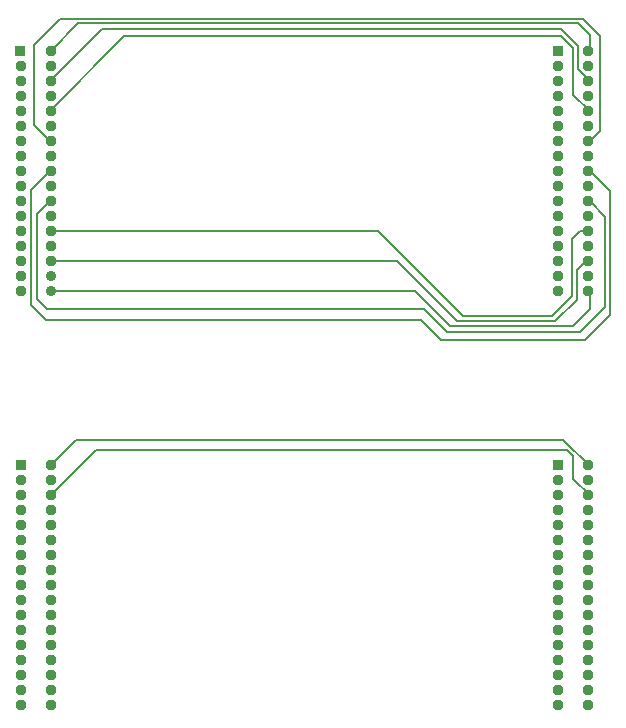
<source format=gbr>
%TF.GenerationSoftware,KiCad,Pcbnew,7.0.7*%
%TF.CreationDate,2023-09-14T15:51:43-04:00*%
%TF.ProjectId,Temps_South_DCT_HSK,54656d70-735f-4536-9f75-74685f444354,B*%
%TF.SameCoordinates,Original*%
%TF.FileFunction,Copper,L2,Bot*%
%TF.FilePolarity,Positive*%
%FSLAX46Y46*%
G04 Gerber Fmt 4.6, Leading zero omitted, Abs format (unit mm)*
G04 Created by KiCad (PCBNEW 7.0.7) date 2023-09-14 15:51:43*
%MOMM*%
%LPD*%
G01*
G04 APERTURE LIST*
%TA.AperFunction,ComponentPad*%
%ADD10R,0.940800X0.940800*%
%TD*%
%TA.AperFunction,ComponentPad*%
%ADD11C,0.940800*%
%TD*%
%TA.AperFunction,ComponentPad*%
%ADD12C,0.890000*%
%TD*%
%TA.AperFunction,Conductor*%
%ADD13C,0.200000*%
%TD*%
G04 APERTURE END LIST*
D10*
%TO.P,J2,1,Pin_1*%
%TO.N,/TD2_1*%
X104256840Y-89916000D03*
D11*
%TO.P,J2,2,Pin_2*%
%TO.N,/TD2_2*%
X106817160Y-89916000D03*
%TO.P,J2,3,Pin_3*%
%TO.N,unconnected-(J2-Pin_3-Pad3)*%
X104267000Y-91186000D03*
%TO.P,J2,4,Pin_4*%
%TO.N,unconnected-(J2-Pin_4-Pad4)*%
X106807000Y-91186000D03*
%TO.P,J2,5,Pin_5*%
%TO.N,/TD2_5*%
X104267000Y-92456000D03*
%TO.P,J2,6,Pin_6*%
%TO.N,/TD2_6*%
X106807000Y-92456000D03*
%TO.P,J2,7,Pin_7*%
%TO.N,unconnected-(J2-Pin_7-Pad7)*%
X104267000Y-93726000D03*
%TO.P,J2,8,Pin_8*%
%TO.N,unconnected-(J2-Pin_8-Pad8)*%
X106807000Y-93726000D03*
%TO.P,J2,9,Pin_9*%
%TO.N,/TD2_9*%
X104267000Y-94996000D03*
%TO.P,J2,10,Pin_10*%
%TO.N,/TD2_10*%
X106807000Y-94996000D03*
%TO.P,J2,11,Pin_11*%
%TO.N,/TD2_11*%
X104267000Y-96266000D03*
%TO.P,J2,12,Pin_12*%
%TO.N,unconnected-(J2-Pin_12-Pad12)*%
X106807000Y-96266000D03*
%TO.P,J2,13,Pin_13*%
%TO.N,unconnected-(J2-Pin_13-Pad13)*%
X104267000Y-97536000D03*
%TO.P,J2,14,Pin_14*%
%TO.N,unconnected-(J2-Pin_14-Pad14)*%
X106807000Y-97536000D03*
%TO.P,J2,15,Pin_15*%
%TO.N,unconnected-(J2-Pin_15-Pad15)*%
X104267000Y-98806000D03*
%TO.P,J2,16,Pin_16*%
%TO.N,unconnected-(J2-Pin_16-Pad16)*%
X106807000Y-98806000D03*
%TO.P,J2,17,Pin_17*%
%TO.N,unconnected-(J2-Pin_17-Pad17)*%
X104267000Y-100076000D03*
%TO.P,J2,18,Pin_18*%
%TO.N,unconnected-(J2-Pin_18-Pad18)*%
X106807000Y-100076000D03*
%TO.P,J2,19,Pin_19*%
%TO.N,unconnected-(J2-Pin_19-Pad19)*%
X104267000Y-101346000D03*
%TO.P,J2,20,Pin_20*%
%TO.N,unconnected-(J2-Pin_20-Pad20)*%
X106807000Y-101346000D03*
%TO.P,J2,21,Pin_21*%
%TO.N,unconnected-(J2-Pin_21-Pad21)*%
X104267000Y-102616000D03*
%TO.P,J2,22,Pin_22*%
%TO.N,unconnected-(J2-Pin_22-Pad22)*%
X106807000Y-102616000D03*
%TO.P,J2,23,Pin_23*%
%TO.N,unconnected-(J2-Pin_23-Pad23)*%
X104267000Y-103886000D03*
%TO.P,J2,24,Pin_24*%
%TO.N,unconnected-(J2-Pin_24-Pad24)*%
X106807000Y-103886000D03*
%TO.P,J2,25,Pin_25*%
%TO.N,unconnected-(J2-Pin_25-Pad25)*%
X104267000Y-105156000D03*
%TO.P,J2,26,Pin_26*%
%TO.N,unconnected-(J2-Pin_26-Pad26)*%
X106807000Y-105156000D03*
%TO.P,J2,27,Pin_27*%
%TO.N,unconnected-(J2-Pin_27-Pad27)*%
X104267000Y-106426000D03*
%TO.P,J2,28,Pin_28*%
%TO.N,unconnected-(J2-Pin_28-Pad28)*%
X106807000Y-106426000D03*
%TO.P,J2,29,Pin_29*%
%TO.N,unconnected-(J2-Pin_29-Pad29)*%
X104267000Y-107696000D03*
%TO.P,J2,30,Pin_30*%
%TO.N,unconnected-(J2-Pin_30-Pad30)*%
X106807000Y-107696000D03*
%TO.P,J2,31,Pin_31*%
%TO.N,unconnected-(J2-Pin_31-Pad31)*%
X104267000Y-108966000D03*
%TO.P,J2,32,Pin_32*%
%TO.N,unconnected-(J2-Pin_32-Pad32)*%
X106807000Y-108966000D03*
%TO.P,J2,33,Pin_33*%
%TO.N,unconnected-(J2-Pin_33-Pad33)*%
X104267000Y-110236000D03*
%TO.P,J2,34,Pin_34*%
%TO.N,unconnected-(J2-Pin_34-Pad34)*%
X106807000Y-110236000D03*
%TD*%
D10*
%TO.P,J3,1,Pin_1*%
%TO.N,/TD1_1+*%
X149722840Y-54838600D03*
D11*
%TO.P,J3,2,Pin_2*%
%TO.N,/TD1_1-*%
X152283160Y-54838600D03*
%TO.P,J3,3,Pin_3*%
%TO.N,unconnected-(J3-Pin_3-Pad3)*%
X149733000Y-56108600D03*
%TO.P,J3,4,Pin_4*%
%TO.N,unconnected-(J3-Pin_4-Pad4)*%
X152273000Y-56108600D03*
%TO.P,J3,5,Pin_5*%
%TO.N,/TD1_5*%
X149733000Y-57378600D03*
%TO.P,J3,6,Pin_6*%
%TO.N,/TD1_6*%
X152273000Y-57378600D03*
%TO.P,J3,7,Pin_7*%
%TO.N,unconnected-(J3-Pin_7-Pad7)*%
X149733000Y-58648600D03*
%TO.P,J3,8,Pin_8*%
%TO.N,unconnected-(J3-Pin_8-Pad8)*%
X152273000Y-58648600D03*
%TO.P,J3,9,Pin_9*%
%TO.N,/TD1_9*%
X149733000Y-59918600D03*
%TO.P,J3,10,Pin_10*%
%TO.N,/TD1_10*%
X152273000Y-59918600D03*
%TO.P,J3,11,Pin_11*%
%TO.N,unconnected-(J3-Pin_11-Pad11)*%
X149733000Y-61188600D03*
%TO.P,J3,12,Pin_12*%
%TO.N,unconnected-(J3-Pin_12-Pad12)*%
X152273000Y-61188600D03*
%TO.P,J3,13,Pin_13*%
%TO.N,/TD1_13*%
X149733000Y-62458600D03*
%TO.P,J3,14,Pin_14*%
%TO.N,/TD1_14*%
X152273000Y-62458600D03*
%TO.P,J3,15,Pin_15*%
%TO.N,unconnected-(J3-Pin_15-Pad15)*%
X149733000Y-63728600D03*
%TO.P,J3,16,Pin_16*%
%TO.N,unconnected-(J3-Pin_16-Pad16)*%
X152273000Y-63728600D03*
%TO.P,J3,17,Pin_17*%
%TO.N,/TD1_17*%
X149733000Y-64998600D03*
%TO.P,J3,18,Pin_18*%
%TO.N,/TD1_18*%
X152273000Y-64998600D03*
%TO.P,J3,19,Pin_19*%
%TO.N,unconnected-(J3-Pin_19-Pad19)*%
X149733000Y-66268600D03*
%TO.P,J3,20,Pin_20*%
%TO.N,unconnected-(J3-Pin_20-Pad20)*%
X152273000Y-66268600D03*
%TO.P,J3,21,Pin_21*%
%TO.N,/TD1_21*%
X149733000Y-67538600D03*
%TO.P,J3,22,Pin_22*%
%TO.N,/TD1_22*%
X152273000Y-67538600D03*
%TO.P,J3,23,Pin_23*%
%TO.N,unconnected-(J3-Pin_23-Pad23)*%
X149733000Y-68808600D03*
%TO.P,J3,24,Pin_24*%
%TO.N,unconnected-(J3-Pin_24-Pad24)*%
X152273000Y-68808600D03*
%TO.P,J3,25,Pin_25*%
%TO.N,/TD1_25*%
X149733000Y-70078600D03*
%TO.P,J3,26,Pin_26*%
%TO.N,/TD1_26*%
X152273000Y-70078600D03*
%TO.P,J3,27,Pin_27*%
%TO.N,unconnected-(J3-Pin_27-Pad27)*%
X149733000Y-71348600D03*
%TO.P,J3,28,Pin_28*%
%TO.N,unconnected-(J3-Pin_28-Pad28)*%
X152273000Y-71348600D03*
%TO.P,J3,29,Pin_29*%
%TO.N,/TD1_29*%
X149733000Y-72618600D03*
%TO.P,J3,30,Pin_30*%
%TO.N,/TD1_30*%
X152273000Y-72618600D03*
%TO.P,J3,31,Pin_31*%
%TO.N,unconnected-(J3-Pin_31-Pad31)*%
X149733000Y-73888600D03*
%TO.P,J3,32,Pin_32*%
%TO.N,unconnected-(J3-Pin_32-Pad32)*%
X152273000Y-73888600D03*
%TO.P,J3,33,Pin_33*%
%TO.N,/TD1_33*%
X149733000Y-75158600D03*
%TO.P,J3,34,Pin_34*%
%TO.N,/TD1_34*%
X152273000Y-75158600D03*
%TD*%
D10*
%TO.P,J4,1,Pin_1*%
%TO.N,/TD2_1*%
X149722840Y-89916000D03*
D11*
%TO.P,J4,2,Pin_2*%
%TO.N,/TD2_2*%
X152283160Y-89916000D03*
%TO.P,J4,3,Pin_3*%
%TO.N,unconnected-(J4-Pin_3-Pad3)*%
X149733000Y-91186000D03*
%TO.P,J4,4,Pin_4*%
%TO.N,unconnected-(J4-Pin_4-Pad4)*%
X152273000Y-91186000D03*
%TO.P,J4,5,Pin_5*%
%TO.N,/TD2_5*%
X149733000Y-92456000D03*
%TO.P,J4,6,Pin_6*%
%TO.N,/TD2_6*%
X152273000Y-92456000D03*
%TO.P,J4,7,Pin_7*%
%TO.N,unconnected-(J4-Pin_7-Pad7)*%
X149733000Y-93726000D03*
%TO.P,J4,8,Pin_8*%
%TO.N,unconnected-(J4-Pin_8-Pad8)*%
X152273000Y-93726000D03*
%TO.P,J4,9,Pin_9*%
%TO.N,/TD2_10*%
X149733000Y-94996000D03*
%TO.P,J4,10,Pin_10*%
%TO.N,/TD2_9*%
X152273000Y-94996000D03*
%TO.P,J4,11,Pin_11*%
%TO.N,unconnected-(J4-Pin_11-Pad11)*%
X149733000Y-96266000D03*
%TO.P,J4,12,Pin_12*%
%TO.N,/TD2_11*%
X152273000Y-96266000D03*
%TO.P,J4,13,Pin_13*%
%TO.N,unconnected-(J4-Pin_13-Pad13)*%
X149733000Y-97536000D03*
%TO.P,J4,14,Pin_14*%
%TO.N,unconnected-(J4-Pin_14-Pad14)*%
X152273000Y-97536000D03*
%TO.P,J4,15,Pin_15*%
%TO.N,unconnected-(J4-Pin_15-Pad15)*%
X149733000Y-98806000D03*
%TO.P,J4,16,Pin_16*%
%TO.N,unconnected-(J4-Pin_16-Pad16)*%
X152273000Y-98806000D03*
%TO.P,J4,17,Pin_17*%
%TO.N,unconnected-(J4-Pin_17-Pad17)*%
X149733000Y-100076000D03*
%TO.P,J4,18,Pin_18*%
%TO.N,unconnected-(J4-Pin_18-Pad18)*%
X152273000Y-100076000D03*
%TO.P,J4,19,Pin_19*%
%TO.N,unconnected-(J4-Pin_19-Pad19)*%
X149733000Y-101346000D03*
%TO.P,J4,20,Pin_20*%
%TO.N,unconnected-(J4-Pin_20-Pad20)*%
X152273000Y-101346000D03*
%TO.P,J4,21,Pin_21*%
%TO.N,unconnected-(J4-Pin_21-Pad21)*%
X149733000Y-102616000D03*
%TO.P,J4,22,Pin_22*%
%TO.N,unconnected-(J4-Pin_22-Pad22)*%
X152273000Y-102616000D03*
%TO.P,J4,23,Pin_23*%
%TO.N,unconnected-(J4-Pin_23-Pad23)*%
X149733000Y-103886000D03*
%TO.P,J4,24,Pin_24*%
%TO.N,unconnected-(J4-Pin_24-Pad24)*%
X152273000Y-103886000D03*
%TO.P,J4,25,Pin_25*%
%TO.N,unconnected-(J4-Pin_25-Pad25)*%
X149733000Y-105156000D03*
%TO.P,J4,26,Pin_26*%
%TO.N,unconnected-(J4-Pin_26-Pad26)*%
X152273000Y-105156000D03*
%TO.P,J4,27,Pin_27*%
%TO.N,unconnected-(J4-Pin_27-Pad27)*%
X149733000Y-106426000D03*
%TO.P,J4,28,Pin_28*%
%TO.N,unconnected-(J4-Pin_28-Pad28)*%
X152273000Y-106426000D03*
%TO.P,J4,29,Pin_29*%
%TO.N,unconnected-(J4-Pin_29-Pad29)*%
X149733000Y-107696000D03*
%TO.P,J4,30,Pin_30*%
%TO.N,unconnected-(J4-Pin_30-Pad30)*%
X152273000Y-107696000D03*
%TO.P,J4,31,Pin_31*%
%TO.N,unconnected-(J4-Pin_31-Pad31)*%
X149733000Y-108966000D03*
%TO.P,J4,32,Pin_32*%
%TO.N,unconnected-(J4-Pin_32-Pad32)*%
X152273000Y-108966000D03*
%TO.P,J4,33,Pin_33*%
%TO.N,unconnected-(J4-Pin_33-Pad33)*%
X149733000Y-110236000D03*
%TO.P,J4,34,Pin_34*%
%TO.N,unconnected-(J4-Pin_34-Pad34)*%
X152273000Y-110236000D03*
%TD*%
D10*
%TO.P,J1,1,Pin_1*%
%TO.N,/TD1_1+*%
X104241600Y-54838600D03*
D11*
%TO.P,J1,2,Pin_2*%
%TO.N,/TD1_1-*%
X106801920Y-54838600D03*
%TO.P,J1,3,Pin_3*%
%TO.N,unconnected-(J1-Pin_3-Pad3)*%
X104251760Y-56108600D03*
%TO.P,J1,4,Pin_4*%
%TO.N,unconnected-(J1-Pin_4-Pad4)*%
X106791760Y-56108600D03*
%TO.P,J1,5,Pin_5*%
%TO.N,/TD1_5*%
X104251760Y-57378600D03*
%TO.P,J1,6,Pin_6*%
%TO.N,/TD1_6*%
X106791760Y-57378600D03*
%TO.P,J1,7,Pin_7*%
%TO.N,unconnected-(J1-Pin_7-Pad7)*%
X104251760Y-58648600D03*
%TO.P,J1,8,Pin_8*%
%TO.N,unconnected-(J1-Pin_8-Pad8)*%
X106791760Y-58648600D03*
%TO.P,J1,9,Pin_9*%
%TO.N,/TD1_9*%
X104251760Y-59918600D03*
%TO.P,J1,10,Pin_10*%
%TO.N,/TD1_10*%
X106791760Y-59918600D03*
%TO.P,J1,11,Pin_11*%
%TO.N,unconnected-(J1-Pin_11-Pad11)*%
X104251760Y-61188600D03*
%TO.P,J1,12,Pin_12*%
%TO.N,unconnected-(J1-Pin_12-Pad12)*%
X106791760Y-61188600D03*
%TO.P,J1,13,Pin_13*%
%TO.N,/TD1_13*%
X104251760Y-62458600D03*
%TO.P,J1,14,Pin_14*%
%TO.N,/TD1_14*%
X106791760Y-62458600D03*
%TO.P,J1,15,Pin_15*%
%TO.N,unconnected-(J1-Pin_15-Pad15)*%
X104251760Y-63728600D03*
%TO.P,J1,16,Pin_16*%
%TO.N,unconnected-(J1-Pin_16-Pad16)*%
X106791760Y-63728600D03*
%TO.P,J1,17,Pin_17*%
%TO.N,/TD1_17*%
X104251760Y-64998600D03*
%TO.P,J1,18,Pin_18*%
%TO.N,/TD1_18*%
X106791760Y-64998600D03*
%TO.P,J1,19,Pin_19*%
%TO.N,unconnected-(J1-Pin_19-Pad19)*%
X104251760Y-66268600D03*
%TO.P,J1,20,Pin_20*%
%TO.N,unconnected-(J1-Pin_20-Pad20)*%
X106791760Y-66268600D03*
%TO.P,J1,21,Pin_21*%
%TO.N,/TD1_21*%
X104251760Y-67538600D03*
%TO.P,J1,22,Pin_22*%
%TO.N,/TD1_22*%
X106791760Y-67538600D03*
%TO.P,J1,23,Pin_23*%
%TO.N,unconnected-(J1-Pin_23-Pad23)*%
X104251760Y-68808600D03*
%TO.P,J1,24,Pin_24*%
%TO.N,unconnected-(J1-Pin_24-Pad24)*%
X106791760Y-68808600D03*
%TO.P,J1,25,Pin_25*%
%TO.N,/TD1_25*%
X104251760Y-70078600D03*
%TO.P,J1,26,Pin_26*%
%TO.N,/TD1_26*%
X106791760Y-70078600D03*
%TO.P,J1,27,Pin_27*%
%TO.N,unconnected-(J1-Pin_27-Pad27)*%
X104251760Y-71348600D03*
%TO.P,J1,28,Pin_28*%
%TO.N,unconnected-(J1-Pin_28-Pad28)*%
X106791760Y-71348600D03*
%TO.P,J1,29,Pin_29*%
%TO.N,/TD1_29*%
X104251760Y-72618600D03*
%TO.P,J1,30,Pin_30*%
%TO.N,/TD1_30*%
X106791760Y-72618600D03*
%TO.P,J1,31,Pin_31*%
%TO.N,unconnected-(J1-Pin_31-Pad31)*%
X104251760Y-73888600D03*
D12*
%TO.P,J1,32,Pin_32*%
%TO.N,unconnected-(J1-Pin_32-Pad32)*%
X106791760Y-73888600D03*
D11*
%TO.P,J1,33,Pin_33*%
%TO.N,/TD1_33*%
X104251760Y-75158600D03*
D12*
%TO.P,J1,34,Pin_34*%
%TO.N,/TD1_34*%
X106791760Y-75158600D03*
%TD*%
D13*
%TO.N,/TD1_6*%
X152437200Y-57424200D02*
X151430000Y-56417000D01*
X150003486Y-53019400D02*
X111130000Y-53019400D01*
X151430000Y-56417000D02*
X151430000Y-54445914D01*
X151430000Y-54445914D02*
X150003486Y-53019400D01*
X106776000Y-57373400D02*
X106742600Y-57373400D01*
X111130000Y-53019400D02*
X106776000Y-57373400D01*
%TO.N,/TD1_10*%
X113030000Y-53619400D02*
X150037800Y-53619400D01*
X150037800Y-53619400D02*
X151030000Y-54611600D01*
X106742600Y-59913400D02*
X106742600Y-59906800D01*
X106742600Y-59906800D02*
X113030000Y-53619400D01*
X151030000Y-54611600D02*
X151030000Y-58557000D01*
X151030000Y-58557000D02*
X152437200Y-59964200D01*
%TO.N,/TD1_14*%
X151830000Y-52119400D02*
X107630000Y-52119400D01*
X105430000Y-54319400D02*
X105430000Y-61140800D01*
X153330000Y-53619400D02*
X151830000Y-52119400D01*
X152437200Y-62504200D02*
X153330000Y-61611400D01*
X105430000Y-61140800D02*
X106742600Y-62453400D01*
X153330000Y-61611400D02*
X153330000Y-53619400D01*
X107630000Y-52119400D02*
X105430000Y-54319400D01*
%TO.N,/TD1_18*%
X106430000Y-77619400D02*
X138130000Y-77619400D01*
X105130000Y-76319400D02*
X106430000Y-77619400D01*
X154130000Y-77219400D02*
X154130000Y-66737000D01*
X154130000Y-66737000D02*
X152437200Y-65044200D01*
X139830000Y-79319400D02*
X152030000Y-79319400D01*
X152030000Y-79319400D02*
X154130000Y-77219400D01*
X105130000Y-66606000D02*
X105130000Y-76319400D01*
X138130000Y-77619400D02*
X139830000Y-79319400D01*
X106742600Y-64993400D02*
X105130000Y-66606000D01*
%TO.N,/TD1_22*%
X153730000Y-68877000D02*
X152437200Y-67584200D01*
X105630000Y-75819400D02*
X106530000Y-76719400D01*
X105630000Y-68646000D02*
X105630000Y-75819400D01*
X140330000Y-78619400D02*
X151630000Y-78619400D01*
X151630000Y-78619400D02*
X153730000Y-76519400D01*
X138430000Y-76719400D02*
X140330000Y-78619400D01*
X153730000Y-76519400D02*
X153730000Y-68877000D01*
X106530000Y-76719400D02*
X138430000Y-76719400D01*
X106742600Y-67533400D02*
X105630000Y-68646000D01*
%TO.N,/TD1_26*%
X106742600Y-70073400D02*
X134484000Y-70073400D01*
X141730000Y-77319400D02*
X149223200Y-77319400D01*
X151592400Y-70124200D02*
X152437200Y-70124200D01*
X134484000Y-70073400D02*
X141730000Y-77319400D01*
X150930000Y-70786600D02*
X151592400Y-70124200D01*
X149223200Y-77319400D02*
X150930000Y-75612600D01*
X150930000Y-75612600D02*
X150930000Y-70786600D01*
%TO.N,/TD1_30*%
X152437200Y-72664200D02*
X152091000Y-72664200D01*
X151330000Y-75898400D02*
X149509000Y-77719400D01*
X149509000Y-77719400D02*
X141230000Y-77719400D01*
X152091000Y-72664200D02*
X151330000Y-73425200D01*
X141230000Y-77719400D02*
X136124000Y-72613400D01*
X151330000Y-73425200D02*
X151330000Y-75898400D01*
X136124000Y-72613400D02*
X106742600Y-72613400D01*
%TO.N,/TD1_34*%
X152437200Y-76712200D02*
X151030000Y-78119400D01*
X151030000Y-78119400D02*
X140630000Y-78119400D01*
X152437200Y-75204200D02*
X152437200Y-76712200D01*
X137664000Y-75153400D02*
X106742600Y-75153400D01*
X140630000Y-78119400D02*
X137664000Y-75153400D01*
%TO.N,/TD2_2*%
X106716780Y-89974600D02*
X106749420Y-89974600D01*
X106886780Y-89804600D02*
X106716780Y-89974600D01*
X150214580Y-87757000D02*
X152432180Y-89974600D01*
X106749420Y-89974600D02*
X108967020Y-87757000D01*
X108967020Y-87757000D02*
X150214580Y-87757000D01*
%TO.N,/TD2_6*%
X106792400Y-92433400D02*
X106792400Y-92530600D01*
X151028400Y-91051200D02*
X151028400Y-89154000D01*
X151028400Y-89154000D02*
X150495000Y-88620600D01*
X152215200Y-92530600D02*
X152507800Y-92530600D01*
X150495000Y-88620600D02*
X110605200Y-88620600D01*
X110605200Y-88620600D02*
X106792400Y-92433400D01*
X152507800Y-92530600D02*
X151028400Y-91051200D01*
%TO.N,/TD1_1-*%
X106752760Y-54833400D02*
X106816000Y-54833400D01*
X109130000Y-52519400D02*
X151430000Y-52519400D01*
X152447360Y-53536760D02*
X152447360Y-54884200D01*
X106816000Y-54833400D02*
X109130000Y-52519400D01*
X151430000Y-52519400D02*
X152447360Y-53536760D01*
%TD*%
M02*

</source>
